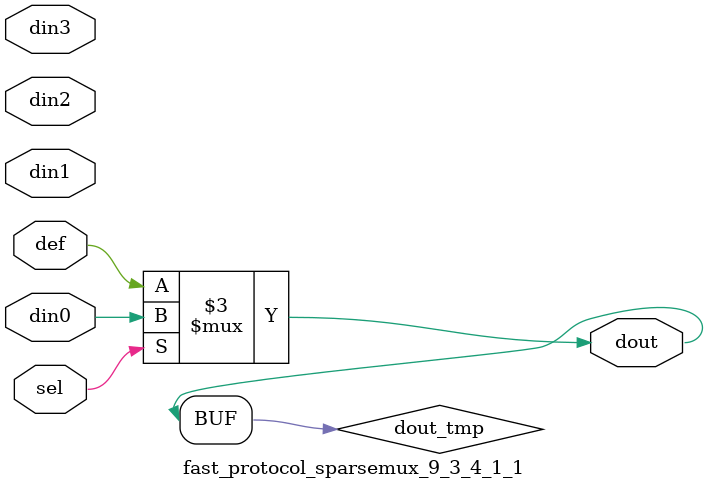
<source format=v>
`timescale 1ns / 1ps

module fast_protocol_sparsemux_9_3_4_1_1 (din0,din1,din2,din3,def,sel,dout);

parameter din0_WIDTH = 1;

parameter din1_WIDTH = 1;

parameter din2_WIDTH = 1;

parameter din3_WIDTH = 1;

parameter def_WIDTH = 1;
parameter sel_WIDTH = 1;
parameter dout_WIDTH = 1;

parameter [sel_WIDTH-1:0] CASE0 = 1;

parameter [sel_WIDTH-1:0] CASE1 = 1;

parameter [sel_WIDTH-1:0] CASE2 = 1;

parameter [sel_WIDTH-1:0] CASE3 = 1;

parameter ID = 1;
parameter NUM_STAGE = 1;



input [din0_WIDTH-1:0] din0;

input [din1_WIDTH-1:0] din1;

input [din2_WIDTH-1:0] din2;

input [din3_WIDTH-1:0] din3;

input [def_WIDTH-1:0] def;
input [sel_WIDTH-1:0] sel;

output [dout_WIDTH-1:0] dout;



reg [dout_WIDTH-1:0] dout_tmp;


always @ (*) begin
(* parallel_case *) case (sel)
    
    CASE0 : dout_tmp = din0;
    
    CASE1 : dout_tmp = din1;
    
    CASE2 : dout_tmp = din2;
    
    CASE3 : dout_tmp = din3;
    
    default : dout_tmp = def;
endcase
end


assign dout = dout_tmp;



endmodule

</source>
